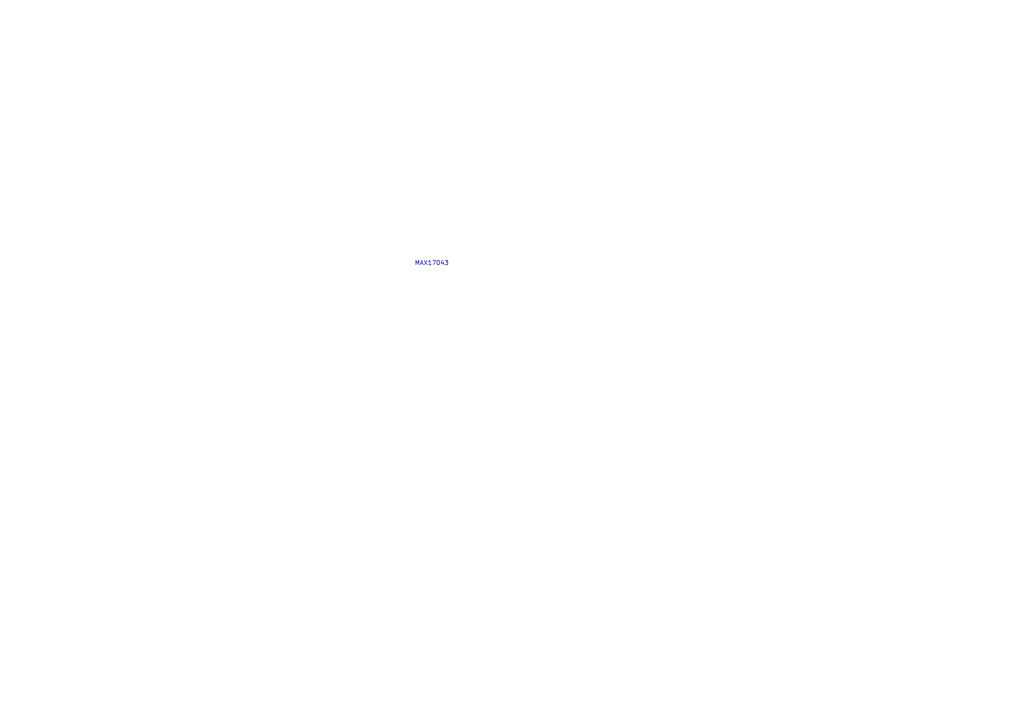
<source format=kicad_sch>
(kicad_sch
	(version 20231120)
	(generator "eeschema")
	(generator_version "8.0")
	(uuid "4b10a214-ff51-42cc-bbc0-ba473a543d98")
	(paper "A4")
	(lib_symbols)
	(text "MAX17043"
		(exclude_from_sim no)
		(at 125.222 76.454 0)
		(effects
			(font
				(size 1.27 1.27)
			)
		)
		(uuid "4e8009f4-afba-4a94-bf1d-ca3045ea70ef")
	)
)
</source>
